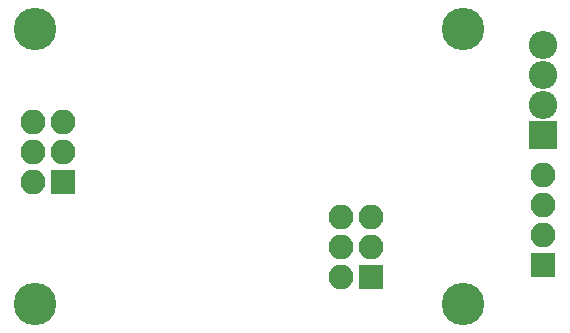
<source format=gbr>
G04 #@! TF.FileFunction,Soldermask,Bot*
%FSLAX46Y46*%
G04 Gerber Fmt 4.6, Leading zero omitted, Abs format (unit mm)*
G04 Created by KiCad (PCBNEW 4.0.4-stable) date 02/21/17 16:43:53*
%MOMM*%
%LPD*%
G01*
G04 APERTURE LIST*
%ADD10C,0.100000*%
%ADD11R,2.100000X2.100000*%
%ADD12O,2.100000X2.100000*%
%ADD13C,3.600000*%
%ADD14O,2.398980X2.398980*%
%ADD15R,2.398980X2.398980*%
G04 APERTURE END LIST*
D10*
D11*
X46250000Y-44750000D03*
D12*
X43710000Y-44750000D03*
X46250000Y-42210000D03*
X43710000Y-42210000D03*
X46250000Y-39670000D03*
X43710000Y-39670000D03*
D11*
X20100000Y-36700000D03*
D12*
X17560000Y-36700000D03*
X20100000Y-34160000D03*
X17560000Y-34160000D03*
X20100000Y-31620000D03*
X17560000Y-31620000D03*
D13*
X17750000Y-23750000D03*
X17750000Y-47000000D03*
X54000000Y-23750000D03*
X54000000Y-47000000D03*
D14*
X60750000Y-25130000D03*
D15*
X60750000Y-32750000D03*
D14*
X60750000Y-30210000D03*
X60750000Y-27670000D03*
D11*
X60750000Y-43750000D03*
D12*
X60750000Y-41210000D03*
X60750000Y-38670000D03*
X60750000Y-36130000D03*
M02*

</source>
